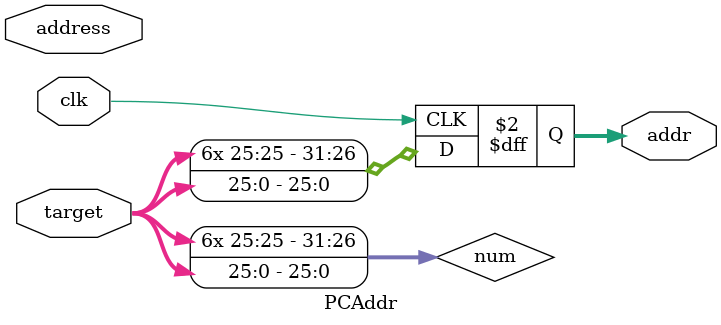
<source format=v>
/* For jal and j, pre-excuted the address
**
*/

`timescale 100fs/100fs
module PCAddr
    (   //Inputs
        input clk,
        input [25:0] target,
        input [31:0] address,

        //Outputs
        output reg [31:0] addr
    );

    wire [31:0] num;
    assign num = {{6{target[25]}}, target[25:0]};
    always @(posedge clk) begin
        addr <= num;     //first four bits of current address + target address << 2
    end

endmodule
</source>
